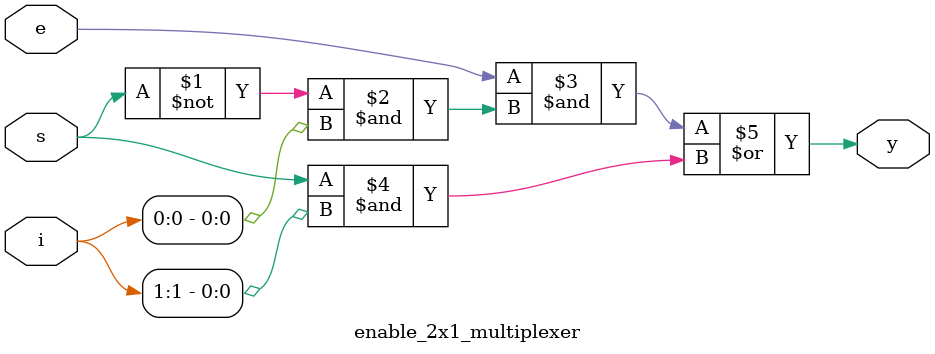
<source format=v>
module enable_2x1_multiplexer(y, i, s, e);
	
	input [1:0] i; // input line
	input s; // select line
	input e;  // enable line
	output y;

	assign y = e&(~s&i[0]) | (s&i[1]);

endmodule

</source>
